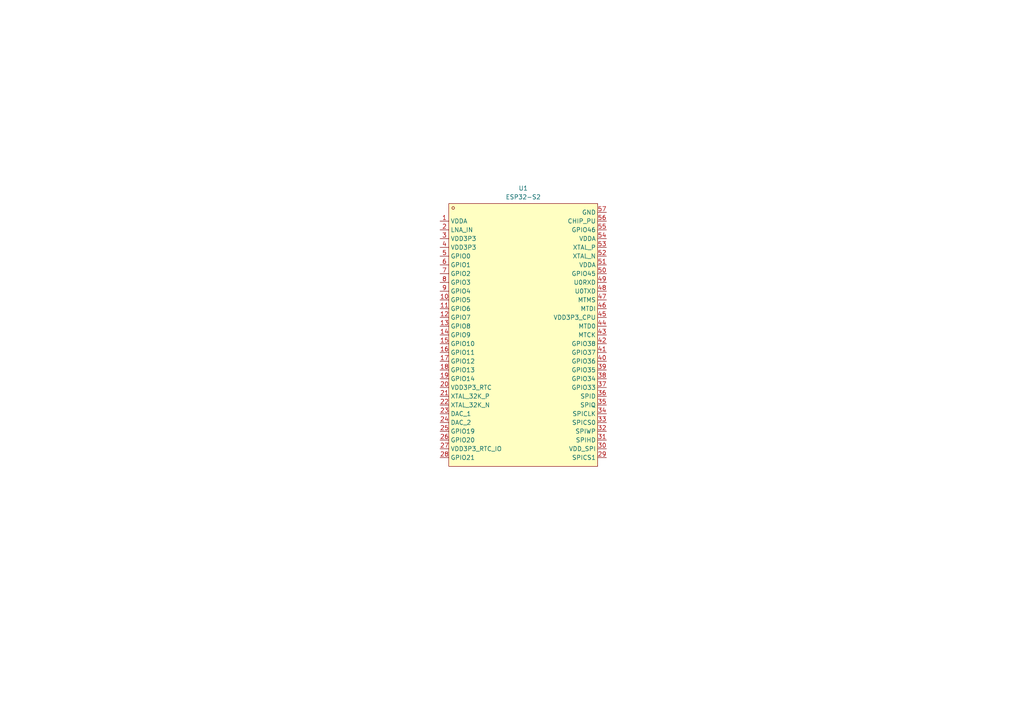
<source format=kicad_sch>
(kicad_sch (version 20230121) (generator eeschema)
  (paper "A4")
  (lib_symbols
    (symbol "easyeda2kicad:ESP32-S2"
      (property "Reference" "U" (at 0 40.64 0))
      (property "Value" "ESP32-S2" (at 0 -40.64 0))
      (symbol "ESP32-S2_0_1"
        (rectangle (start -21.59 38.1) (end 21.59 -38.1) (fill (type background)))
        (circle (center -20.32 36.83) (radius 0.38))
        (pin unspecified line (at -24.13 33.02 0) (length 2.54) (name "VDDA") (number "1"))
        (pin unspecified line (at -24.13 10.16 0) (length 2.54) (name "GPIO5") (number "10"))
        (pin unspecified line (at -24.13 7.62 0) (length 2.54) (name "GPIO6") (number "11"))
        (pin unspecified line (at -24.13 5.08 0) (length 2.54) (name "GPIO7") (number "12"))
        (pin unspecified line (at -24.13 2.54 0) (length 2.54) (name "GPIO8") (number "13"))
        (pin unspecified line (at -24.13 0 0) (length 2.54) (name "GPIO9") (number "14"))
        (pin unspecified line (at -24.13 -2.54 0) (length 2.54) (name "GPIO10") (number "15"))
        (pin unspecified line (at -24.13 -5.08 0) (length 2.54) (name "GPIO11") (number "16"))
        (pin unspecified line (at -24.13 -7.62 0) (length 2.54) (name "GPIO12") (number "17"))
        (pin unspecified line (at -24.13 -10.16 0) (length 2.54) (name "GPIO13") (number "18"))
        (pin unspecified line (at -24.13 -12.7 0) (length 2.54) (name "GPIO14") (number "19"))
        (pin unspecified line (at -24.13 30.48 0) (length 2.54) (name "LNA_IN") (number "2"))
        (pin unspecified line (at -24.13 -15.24 0) (length 2.54) (name "VDD3P3_RTC") (number "20"))
        (pin unspecified line (at -24.13 -17.78 0) (length 2.54) (name "XTAL_32K_P") (number "21"))
        (pin unspecified line (at -24.13 -20.32 0) (length 2.54) (name "XTAL_32K_N") (number "22"))
        (pin unspecified line (at -24.13 -22.86 0) (length 2.54) (name "DAC_1") (number "23"))
        (pin unspecified line (at -24.13 -25.4 0) (length 2.54) (name "DAC_2") (number "24"))
        (pin unspecified line (at -24.13 -27.94 0) (length 2.54) (name "GPIO19") (number "25"))
        (pin unspecified line (at -24.13 -30.48 0) (length 2.54) (name "GPIO20") (number "26"))
        (pin unspecified line (at -24.13 -33.02 0) (length 2.54) (name "VDD3P3_RTC_IO") (number "27"))
        (pin unspecified line (at -24.13 -35.56 0) (length 2.54) (name "GPIO21") (number "28"))
        (pin unspecified line (at 24.13 -35.56 180) (length 2.54) (name "SPICS1") (number "29"))
        (pin unspecified line (at -24.13 27.94 0) (length 2.54) (name "VDD3P3") (number "3"))
        (pin unspecified line (at 24.13 -33.02 180) (length 2.54) (name "VDD_SPI") (number "30"))
        (pin unspecified line (at 24.13 -30.48 180) (length 2.54) (name "SPIHD") (number "31"))
        (pin unspecified line (at 24.13 -27.94 180) (length 2.54) (name "SPIWP") (number "32"))
        (pin unspecified line (at 24.13 -25.4 180) (length 2.54) (name "SPICS0") (number "33"))
        (pin unspecified line (at 24.13 -22.86 180) (length 2.54) (name "SPICLK") (number "34"))
        (pin unspecified line (at 24.13 -20.32 180) (length 2.54) (name "SPIQ") (number "35"))
        (pin unspecified line (at 24.13 -17.78 180) (length 2.54) (name "SPID") (number "36"))
        (pin unspecified line (at 24.13 -15.24 180) (length 2.54) (name "GPIO33") (number "37"))
        (pin unspecified line (at 24.13 -12.7 180) (length 2.54) (name "GPIO34") (number "38"))
        (pin unspecified line (at 24.13 -10.16 180) (length 2.54) (name "GPIO35") (number "39"))
        (pin unspecified line (at -24.13 25.4 0) (length 2.54) (name "VDD3P3") (number "4"))
        (pin unspecified line (at 24.13 -7.62 180) (length 2.54) (name "GPIO36") (number "40"))
        (pin unspecified line (at 24.13 -5.08 180) (length 2.54) (name "GPIO37") (number "41"))
        (pin unspecified line (at 24.13 -2.54 180) (length 2.54) (name "GPIO38") (number "42"))
        (pin unspecified line (at 24.13 0 180) (length 2.54) (name "MTCK") (number "43"))
        (pin unspecified line (at 24.13 2.54 180) (length 2.54) (name "MTD0") (number "44"))
        (pin unspecified line (at 24.13 5.08 180) (length 2.54) (name "VDD3P3_CPU") (number "45"))
        (pin unspecified line (at 24.13 7.62 180) (length 2.54) (name "MTDI") (number "46"))
        (pin unspecified line (at 24.13 10.16 180) (length 2.54) (name "MTMS") (number "47"))
        (pin unspecified line (at 24.13 12.7 180) (length 2.54) (name "U0TXD") (number "48"))
        (pin unspecified line (at 24.13 15.24 180) (length 2.54) (name "U0RXD") (number "49"))
        (pin unspecified line (at -24.13 22.86 0) (length 2.54) (name "GPIO0") (number "5"))
        (pin unspecified line (at 24.13 17.78 180) (length 2.54) (name "GPIO45") (number "50"))
        (pin unspecified line (at 24.13 20.32 180) (length 2.54) (name "VDDA") (number "51"))
        (pin unspecified line (at 24.13 22.86 180) (length 2.54) (name "XTAL_N") (number "52"))
        (pin unspecified line (at 24.13 25.4 180) (length 2.54) (name "XTAL_P") (number "53"))
        (pin unspecified line (at 24.13 27.94 180) (length 2.54) (name "VDDA") (number "54"))
        (pin unspecified line (at 24.13 30.48 180) (length 2.54) (name "GPIO46") (number "55"))
        (pin unspecified line (at 24.13 33.02 180) (length 2.54) (name "CHIP_PU") (number "56"))
        (pin unspecified line (at 24.13 35.56 180) (length 2.54) (name "GND") (number "57"))
        (pin unspecified line (at -24.13 20.32 0) (length 2.54) (name "GPIO1") (number "6"))
        (pin unspecified line (at -24.13 17.78 0) (length 2.54) (name "GPIO2") (number "7"))
        (pin unspecified line (at -24.13 15.24 0) (length 2.54) (name "GPIO3") (number "8"))
        (pin unspecified line (at -24.13 12.7 0) (length 2.54) (name "GPIO4") (number "9"))
      )
    )
  )
  (symbol (lib_id "easyeda2kicad:ESP32-S2") (at 151.765 97.155 0) (unit 1)
    (property "Reference" "U1" (at 151.765 54.61 0))
    (property "Value" "ESP32-S2" (at 151.765 57.15 0))
    (property "Footprint" "easyeda2kicad:QFN-56_L7.0-W7.0-P0.40-TL-EP4.0" (effects hide))
    (property "LCSC Part" "C529594" (effects hide))
  )
)
</source>
